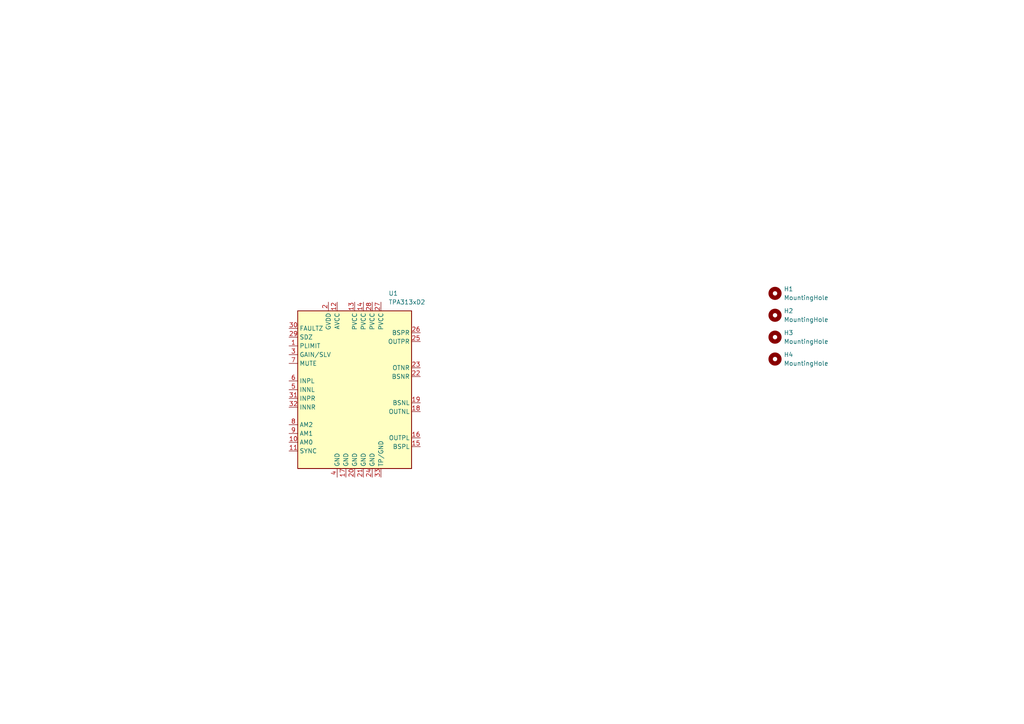
<source format=kicad_sch>
(kicad_sch (version 20231120) (generator "eeschema") (generator_version "8.0")
  (paper "A4")
  (lib_symbols
    (symbol "Mechanical:MountingHole" (pin_names (offset 1.016)) (exclude_from_sim yes) (in_bom no)
      (property "Reference" "H" (at 0 5.08 0))
      (property "Value" "MountingHole" (at 0 3.175 0))
      (symbol "MountingHole_0_1"
        (circle (center 0 0) (radius 1.27) (stroke (width 1.27)))
      )
    )
    (symbol "a_gkac_Ki8:TPA313xD2"
      (property "Reference" "U" (at -16.51 23.876 0))
      (property "Value" "TPA313xD2" (at 8.89 23.876 0))
      (symbol "TPA313xD2_0_1"
        (rectangle (start -16.51 22.86) (end 16.51 -22.86) (stroke (width 0.254)) (fill (type background)))
      )
      (symbol "TPA313xD2_1_1"
        (pin input line (at -19.05 12.7 0) (length 2.54) (name "PLIMIT") (number "1"))
        (pin input line (at -19.05 -15.24 0) (length 2.54) (name "AM0") (number "10"))
        (pin bidirectional line (at -19.05 -17.78 0) (length 2.54) (name "SYNC") (number "11"))
        (pin power_in line (at -5.08 25.4 270) (length 2.54) (name "AVCC") (number "12"))
        (pin power_in line (at 0 25.4 270) (length 2.54) (name "PVCC") (number "13"))
        (pin power_in line (at 2.54 25.4 270) (length 2.54) (name "PVCC") (number "14"))
        (pin passive line (at 19.05 -16.51 180) (length 2.54) (name "BSPL") (number "15"))
        (pin output line (at 19.05 -13.97 180) (length 2.54) (name "OUTPL") (number "16"))
        (pin power_in line (at -2.54 -25.4 90) (length 2.54) (name "GND") (number "17"))
        (pin output line (at 19.05 -6.35 180) (length 2.54) (name "OUTNL") (number "18"))
        (pin passive line (at 19.05 -3.81 180) (length 2.54) (name "BSNL") (number "19"))
        (pin power_in line (at -7.62 25.4 270) (length 2.54) (name "GVDD") (number "2"))
        (pin power_in line (at 0 -25.4 90) (length 2.54) (name "GND") (number "20"))
        (pin power_in line (at 2.54 -25.4 90) (length 2.54) (name "GND") (number "21"))
        (pin passive line (at 19.05 3.81 180) (length 2.54) (name "BSNR") (number "22"))
        (pin output line (at 19.05 6.35 180) (length 2.54) (name "OTNR") (number "23"))
        (pin power_in line (at 5.08 -25.4 90) (length 2.54) (name "GND") (number "24"))
        (pin output line (at 19.05 13.97 180) (length 2.54) (name "OUTPR") (number "25"))
        (pin passive line (at 19.05 16.51 180) (length 2.54) (name "BSPR") (number "26"))
        (pin power_in line (at 7.62 25.4 270) (length 2.54) (name "PVCC") (number "27"))
        (pin power_in line (at 5.08 25.4 270) (length 2.54) (name "PVCC") (number "28"))
        (pin input line (at -19.05 15.24 0) (length 2.54) (name "SDZ") (number "29"))
        (pin input line (at -19.05 10.16 0) (length 2.54) (name "GAIN/SLV") (number "3"))
        (pin output line (at -19.05 17.78 0) (length 2.54) (name "FAULTZ") (number "30"))
        (pin input line (at -19.05 -2.54 0) (length 2.54) (name "INPR") (number "31"))
        (pin input line (at -19.05 -5.08 0) (length 2.54) (name "INNR") (number "32"))
        (pin passive line (at 7.62 -25.4 90) (length 2.54) (name "TP/GND") (number "33"))
        (pin power_in line (at -5.08 -25.4 90) (length 2.54) (name "GND") (number "4"))
        (pin input line (at -19.05 0 0) (length 2.54) (name "INNL") (number "5"))
        (pin input line (at -19.05 2.54 0) (length 2.54) (name "INPL") (number "6"))
        (pin input line (at -19.05 7.62 0) (length 2.54) (name "MUTE") (number "7"))
        (pin input line (at -19.05 -10.16 0) (length 2.54) (name "AM2") (number "8"))
        (pin input line (at -19.05 -12.7 0) (length 2.54) (name "AM1") (number "9"))
      )
    )
  )
  (symbol (lib_id "Mechanical:MountingHole") (at 224.79 104.14 0) (unit 1) (exclude_from_sim yes) (in_bom no)
    (property "Reference" "H4" (at 227.33 102.8699 0) (effects (justify left)))
    (property "Value" "MountingHole" (at 227.33 105.4099 0) (effects (justify left)))
    (property "Footprint" "MountingHole:MountingHole_3.2mm_M3" (effects (hide yes)))
    (property "Description" "Mounting Hole without connection" (effects (hide yes)))
  )
  (symbol (lib_id "Mechanical:MountingHole") (at 224.79 85.09 0) (unit 1) (exclude_from_sim yes) (in_bom no)
    (property "Reference" "H1" (at 227.33 83.8199 0) (effects (justify left)))
    (property "Value" "MountingHole" (at 227.33 86.3599 0) (effects (justify left)))
    (property "Footprint" "MountingHole:MountingHole_3.2mm_M3" (effects (hide yes)))
    (property "Description" "Mounting Hole without connection" (effects (hide yes)))
  )
  (symbol (lib_id "Mechanical:MountingHole") (at 224.79 91.44 0) (unit 1) (exclude_from_sim yes) (in_bom no)
    (property "Reference" "H2" (at 227.33 90.1699 0) (effects (justify left)))
    (property "Value" "MountingHole" (at 227.33 92.7099 0) (effects (justify left)))
    (property "Footprint" "MountingHole:MountingHole_3.2mm_M3" (effects (hide yes)))
    (property "Description" "Mounting Hole without connection" (effects (hide yes)))
  )
  (symbol (lib_id "a_gkac_Ki8:TPA313xD2") (at 102.87 113.03 0) (unit 1)
    (property "Reference" "U1" (at 112.6841 85.09 0) (effects (justify left)))
    (property "Value" "TPA313xD2" (at 112.6841 87.63 0) (effects (justify left)))
    (property "Footprint" "Package_DFN_QFN:VQFN-32-1EP_5x5mm_P0.5mm_EP3.5x3.5mm_ThermalVias" (effects (hide yes)))
    (property "Datasheet" "https://www.ti.com/lit/ds/symlink/tpa3131d2.pdf" (effects (hide yes)))
    (property "Description" "TPA313xD2 4-W, 25-W Filter-Free Class-D Stereo Amplifier With AM Avoidance" (effects (hide yes)))
  )
  (symbol (lib_id "Mechanical:MountingHole") (at 224.79 97.79 0) (unit 1) (exclude_from_sim yes) (in_bom no)
    (property "Reference" "H3" (at 227.33 96.5199 0) (effects (justify left)))
    (property "Value" "MountingHole" (at 227.33 99.0599 0) (effects (justify left)))
    (property "Footprint" "MountingHole:MountingHole_3.2mm_M3" (effects (hide yes)))
    (property "Description" "Mounting Hole without connection" (effects (hide yes)))
  )
)
</source>
